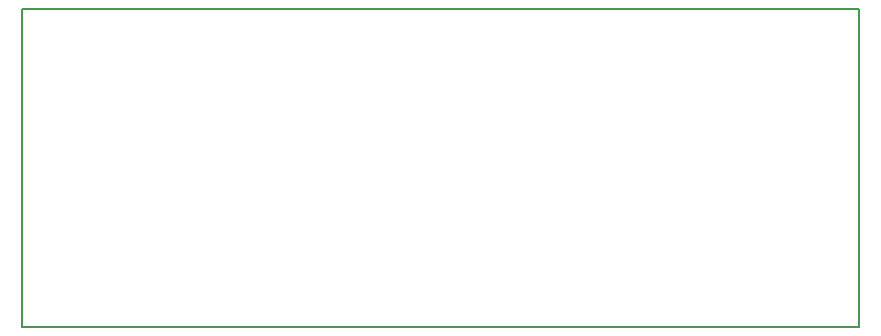
<source format=gbr>
G04 #@! TF.FileFunction,Profile,NP*
%FSLAX46Y46*%
G04 Gerber Fmt 4.6, Leading zero omitted, Abs format (unit mm)*
G04 Created by KiCad (PCBNEW 4.0.6) date Fri Aug 18 15:24:34 2017*
%MOMM*%
%LPD*%
G01*
G04 APERTURE LIST*
%ADD10C,0.100000*%
%ADD11C,0.150000*%
G04 APERTURE END LIST*
D10*
D11*
X152908000Y-26416000D02*
X223774000Y-26416000D01*
X152908000Y-53340000D02*
X152908000Y-26416000D01*
X223774000Y-53340000D02*
X152908000Y-53340000D01*
X223774000Y-26416000D02*
X223774000Y-53340000D01*
M02*

</source>
